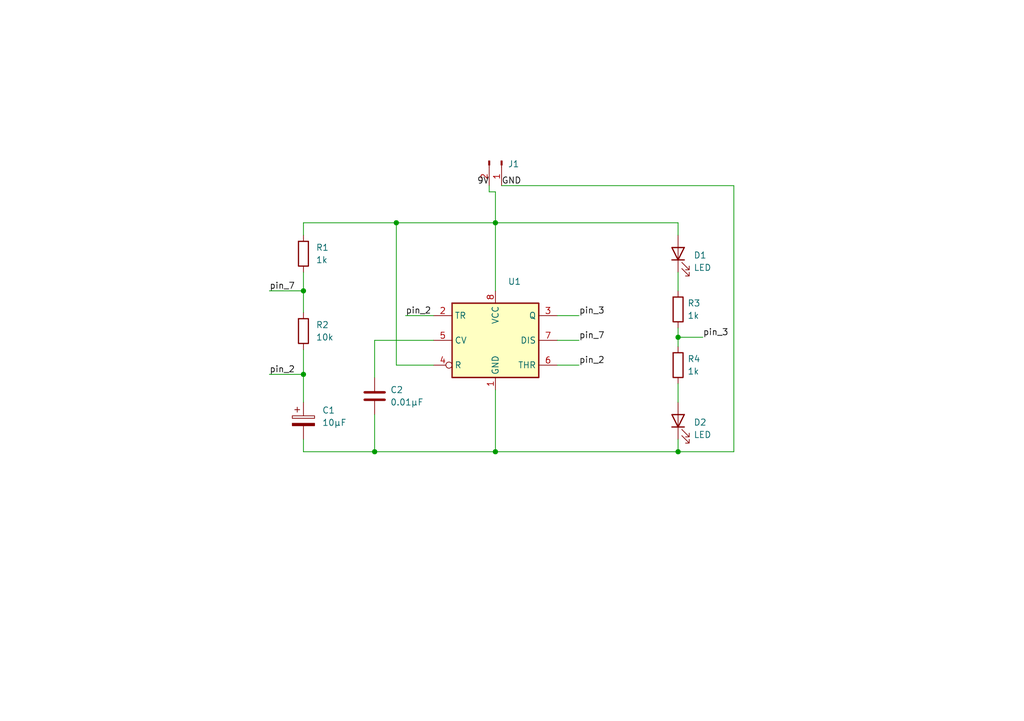
<source format=kicad_sch>
(kicad_sch (version 20211123) (generator eeschema)
  (paper "A5")
  (title_block (title "555 Timer Circuit") (date "2023-01-27") (rev "R0"))
  (lib_symbols
    (symbol "Connector:Conn_01x02_Male" (pin_names (offset 1.016) hide)
      (property "Reference" "J" (at 0 2.54 0))
      (property "Value" "Conn_01x02_Male" (at 0 -5.08 0))
      (symbol "Conn_01x02_Male_1_1"
        (polyline (pts (xy 1.27 -2.54) (xy 0.8636 -2.54)) (stroke (width 0.1524)))
        (polyline (pts (xy 1.27 0) (xy 0.8636 0)) (stroke (width 0.1524)))
        (rectangle (start 0.8636 -2.413) (end 0 -2.667) (stroke (width 0.1524)) (fill (type outline)))
        (rectangle (start 0.8636 0.127) (end 0 -0.127) (stroke (width 0.1524)) (fill (type outline)))
        (pin passive line (at 5.08 0 180) (length 3.81) (name "Pin_1") (number "1"))
        (pin passive line (at 5.08 -2.54 180) (length 3.81) (name "Pin_2") (number "2"))
      )
    )
    (symbol "Device:C" (pin_numbers hide) (pin_names (offset 0.254))
      (property "Reference" "C" (at 0.635 2.54 0))
      (property "Value" "C" (at 0.635 -2.54 0))
      (symbol "C_0_1"
        (polyline (pts (xy -2.032 -0.762) (xy 2.032 -0.762)) (stroke (width 0.508)))
        (polyline (pts (xy -2.032 0.762) (xy 2.032 0.762)) (stroke (width 0.508)))
      )
      (symbol "C_1_1"
        (pin passive line (at 0 3.81 270) (length 2.794) (name "~") (number "1"))
        (pin passive line (at 0 -3.81 90) (length 2.794) (name "~") (number "2"))
      )
    )
    (symbol "Device:C_Polarized" (pin_numbers hide) (pin_names (offset 0.254))
      (property "Reference" "C" (at 0.635 2.54 0))
      (property "Value" "C_Polarized" (at 0.635 -2.54 0))
      (symbol "C_Polarized_0_1"
        (rectangle (start -2.286 0.508) (end 2.286 1.016))
        (polyline (pts (xy -1.778 2.286) (xy -0.762 2.286)))
        (polyline (pts (xy -1.27 2.794) (xy -1.27 1.778)))
        (rectangle (start 2.286 -0.508) (end -2.286 -1.016) (fill (type outline)))
      )
      (symbol "C_Polarized_1_1"
        (pin passive line (at 0 3.81 270) (length 2.794) (name "~") (number "1"))
        (pin passive line (at 0 -3.81 90) (length 2.794) (name "~") (number "2"))
      )
    )
    (symbol "Device:LED" (pin_numbers hide) (pin_names (offset 1.016) hide)
      (property "Reference" "D" (at 0 2.54 0))
      (property "Value" "LED" (at 0 -2.54 0))
      (symbol "LED_0_1"
        (polyline (pts (xy -1.27 -1.27) (xy -1.27 1.27)) (stroke (width 0.254)))
        (polyline (pts (xy -1.27 0) (xy 1.27 0)))
        (polyline (pts (xy 1.27 -1.27) (xy 1.27 1.27) (xy -1.27 0) (xy 1.27 -1.27)) (stroke (width 0.254)))
        (polyline (pts (xy -3.048 -0.762) (xy -4.572 -2.286) (xy -3.81 -2.286) (xy -4.572 -2.286) (xy -4.572 -1.524)))
        (polyline (pts (xy -1.778 -0.762) (xy -3.302 -2.286) (xy -2.54 -2.286) (xy -3.302 -2.286) (xy -3.302 -1.524)))
      )
      (symbol "LED_1_1"
        (pin passive line (at -3.81 0 0) (length 2.54) (name "K") (number "1"))
        (pin passive line (at 3.81 0 180) (length 2.54) (name "A") (number "2"))
      )
    )
    (symbol "Device:R" (pin_numbers hide) (pin_names (offset 0))
      (property "Reference" "R" (at 2.032 0 90))
      (property "Value" "R" (at 0 0 90))
      (symbol "R_0_1"
        (rectangle (start -1.016 -2.54) (end 1.016 2.54) (stroke (width 0.254)))
      )
      (symbol "R_1_1"
        (pin passive line (at 0 3.81 270) (length 1.27) (name "~") (number "1"))
        (pin passive line (at 0 -3.81 90) (length 1.27) (name "~") (number "2"))
      )
    )
    (symbol "Timer:NE555D"
      (property "Reference" "U" (at -10.16 8.89 0))
      (property "Value" "NE555D" (at 2.54 8.89 0))
      (symbol "NE555D_0_0"
        (pin power_in line (at 0 -10.16 90) (length 2.54) (name "GND") (number "1"))
        (pin power_in line (at 0 10.16 270) (length 2.54) (name "VCC") (number "8"))
      )
      (symbol "NE555D_0_1"
        (rectangle (start -8.89 -7.62) (end 8.89 7.62) (stroke (width 0.254)) (fill (type background)))
        (rectangle (start -8.89 -7.62) (end 8.89 7.62) (stroke (width 0.254)) (fill (type background)))
      )
      (symbol "NE555D_1_1"
        (pin input line (at -12.7 5.08 0) (length 3.81) (name "TR") (number "2"))
        (pin output line (at 12.7 5.08 180) (length 3.81) (name "Q") (number "3"))
        (pin input inverted (at -12.7 -5.08 0) (length 3.81) (name "R") (number "4"))
        (pin input line (at -12.7 0 0) (length 3.81) (name "CV") (number "5"))
        (pin input line (at 12.7 -5.08 180) (length 3.81) (name "THR") (number "6"))
        (pin input line (at 12.7 0 180) (length 3.81) (name "DIS") (number "7"))
      )
    )
  )
  (junction (at 81.28 45.72))
  (junction (at 76.835 92.71))
  (junction (at 139.065 69.215))
  (junction (at 101.6 92.71))
  (junction (at 101.6 45.72))
  (junction (at 62.23 76.835))
  (junction (at 139.065 92.71))
  (junction (at 62.23 59.69))
  (wire (pts (xy 139.065 67.31) (xy 139.065 69.215)))
  (wire (pts (xy 83.185 64.77) (xy 88.9 64.77)))
  (wire (pts (xy 76.835 69.85) (xy 88.9 69.85)))
  (wire (pts (xy 81.28 45.72) (xy 101.6 45.72)))
  (wire (pts (xy 150.495 92.71) (xy 139.065 92.71)))
  (wire (pts (xy 76.835 85.09) (xy 76.835 92.71)))
  (wire (pts (xy 139.065 69.215) (xy 139.065 71.12)))
  (wire (pts (xy 101.6 39.37) (xy 101.6 45.72)))
  (wire (pts (xy 139.065 45.72) (xy 139.065 48.26)))
  (wire (pts (xy 81.28 45.72) (xy 62.23 45.72)))
  (wire (pts (xy 62.23 59.69) (xy 62.23 64.135)))
  (wire (pts (xy 139.065 69.215) (xy 144.145 69.215)))
  (wire (pts (xy 76.835 77.47) (xy 76.835 69.85)))
  (wire (pts (xy 150.495 38.1) (xy 150.495 92.71)))
  (wire (pts (xy 101.6 92.71) (xy 139.065 92.71)))
  (wire (pts (xy 55.245 59.69) (xy 62.23 59.69)))
  (wire (pts (xy 62.23 92.71) (xy 62.23 90.17)))
  (wire (pts (xy 114.3 69.85) (xy 118.745 69.85)))
  (wire (pts (xy 102.87 38.1) (xy 150.495 38.1)))
  (wire (pts (xy 55.245 76.835) (xy 62.23 76.835)))
  (wire (pts (xy 100.33 39.37) (xy 101.6 39.37)))
  (wire (pts (xy 139.065 78.74) (xy 139.065 82.55)))
  (wire (pts (xy 62.23 76.835) (xy 62.23 82.55)))
  (wire (pts (xy 101.6 80.01) (xy 101.6 92.71)))
  (wire (pts (xy 139.065 92.71) (xy 139.065 90.17)))
  (wire (pts (xy 114.3 74.93) (xy 118.745 74.93)))
  (wire (pts (xy 62.23 45.72) (xy 62.23 48.26)))
  (wire (pts (xy 101.6 45.72) (xy 101.6 59.69)))
  (wire (pts (xy 114.3 64.77) (xy 118.745 64.77)))
  (wire (pts (xy 62.23 71.755) (xy 62.23 76.835)))
  (wire (pts (xy 88.9 74.93) (xy 81.28 74.93)))
  (wire (pts (xy 62.23 92.71) (xy 76.835 92.71)))
  (wire (pts (xy 139.065 55.88) (xy 139.065 59.69)))
  (wire (pts (xy 81.28 45.72) (xy 81.28 74.93)))
  (wire (pts (xy 100.33 38.1) (xy 100.33 39.37)))
  (wire (pts (xy 101.6 45.72) (xy 139.065 45.72)))
  (wire (pts (xy 62.23 55.88) (xy 62.23 59.69)))
  (wire (pts (xy 76.835 92.71) (xy 101.6 92.71)))
  (label "GND" (at 102.87 38.1 0))
  (label "pin_7" (at 118.745 69.85 0))
  (label "pin_2" (at 83.185 64.77 0))
  (label "pin_2" (at 55.245 76.835 0))
  (label "pin_7" (at 55.245 59.69 0))
  (label "pin_2" (at 118.745 74.93 0))
  (label "pin_3" (at 118.745 64.77 0))
  (label "pin_3" (at 144.145 69.215 0))
  (label "9V" (at 100.33 38.1 180))
  (symbol (lib_id "Device:LED") (at 139.065 52.07 90) (unit 1)
    (property "Reference" "D1" (at 142.24 52.3874 90) (effects (justify right)))
    (property "Value" "LED" (at 142.24 54.9274 90) (effects (justify right)))
    (property "Footprint" "LED_SMD:LED_1206_3216Metric_Pad1.42x1.75mm_HandSolder" (effects hide))
  )
  (symbol (lib_id "Device:C") (at 76.835 81.28 0) (unit 1)
    (property "Reference" "C2" (at 80.01 80.0099 0) (effects (justify left)))
    (property "Value" "0.01μF" (at 80.01 82.5499 0) (effects (justify left)))
    (property "Footprint" "Capacitor_SMD:C_0805_2012Metric_Pad1.18x1.45mm_HandSolder" (effects hide))
  )
  (symbol (lib_id "Device:R") (at 62.23 52.07 0) (unit 1)
    (property "Reference" "R1" (at 64.77 50.7999 0) (effects (justify left)))
    (property "Value" "1k" (at 64.77 53.3399 0) (effects (justify left)))
    (property "Footprint" "Resistor_SMD:R_0805_2012Metric_Pad1.20x1.40mm_HandSolder" (effects hide))
  )
  (symbol (lib_id "Device:LED") (at 139.065 86.36 90) (unit 1)
    (property "Reference" "D2" (at 142.24 86.6774 90) (effects (justify right)))
    (property "Value" "LED" (at 142.24 89.2174 90) (effects (justify right)))
    (property "Footprint" "LED_SMD:LED_1206_3216Metric_Pad1.42x1.75mm_HandSolder" (effects hide))
  )
  (symbol (lib_id "Device:R") (at 139.065 74.93 0) (unit 1)
    (property "Reference" "R4" (at 140.97 73.6599 0) (effects (justify left)))
    (property "Value" "1k" (at 140.97 76.1999 0) (effects (justify left)))
    (property "Footprint" "Resistor_SMD:R_0805_2012Metric_Pad1.20x1.40mm_HandSolder" (effects hide))
  )
  (symbol (lib_id "Device:R") (at 62.23 67.945 0) (unit 1)
    (property "Reference" "R2" (at 64.77 66.6749 0) (effects (justify left)))
    (property "Value" "10k" (at 64.77 69.2149 0) (effects (justify left)))
    (property "Footprint" "Resistor_SMD:R_0805_2012Metric_Pad1.20x1.40mm_HandSolder" (effects hide))
  )
  (symbol (lib_id "Connector:Conn_01x02_Male") (at 102.87 33.02 270) (unit 1)
    (property "Reference" "J1" (at 104.14 33.6549 90) (effects (justify left)))
    (property "Value" "Conn_01x02_Male" (effects hide))
    (property "Footprint" "TerminalBlock:TerminalBlock_bornier-2_P5.08mm" (effects hide))
  )
  (symbol (lib_id "Device:R") (at 139.065 63.5 0) (unit 1)
    (property "Reference" "R3" (at 140.97 62.2299 0) (effects (justify left)))
    (property "Value" "1k" (at 140.97 64.7699 0) (effects (justify left)))
    (property "Footprint" "Resistor_SMD:R_0805_2012Metric_Pad1.20x1.40mm_HandSolder" (effects hide))
  )
  (symbol (lib_id "Timer:NE555D") (at 101.6 69.85 0) (unit 1)
    (property "Reference" "U1" (at 104.14 57.785 0) (effects (justify left)))
    (property "Value" "NE555D" (effects hide))
    (property "Footprint" "Package_SO:SOIC-8-1EP_3.9x4.9mm_P1.27mm_EP2.29x3mm" (effects hide))
    (property "Datasheet" "http://www.ti.com/lit/ds/symlink/ne555.pdf" (effects hide))
  )
  (symbol (lib_id "Device:C_Polarized") (at 62.23 86.36 0) (unit 1)
    (property "Reference" "C1" (at 66.04 84.2009 0) (effects (justify left)))
    (property "Value" "10μF" (at 66.04 86.7409 0) (effects (justify left)))
    (property "Footprint" "Capacitor_Tantalum_SMD:CP_EIA-3216-18_Kemet-A_Pad1.58x1.35mm_HandSolder" (effects hide))
  )
)
</source>
